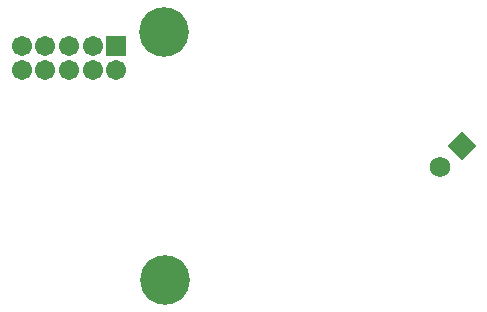
<source format=gbs>
G04 Layer_Color=16711935*
%FSLAX24Y24*%
%MOIN*%
G70*
G01*
G75*
%ADD70R,0.0671X0.0671*%
%ADD71C,0.0671*%
%ADD72P,0.0962X4X270.0*%
%ADD73C,0.0680*%
%ADD74C,0.1655*%
D70*
X53671Y30423D02*
D03*
D71*
X52884D02*
D03*
X52096D02*
D03*
X51309D02*
D03*
X50522D02*
D03*
X53671Y29636D02*
D03*
X52884D02*
D03*
X52096D02*
D03*
X51309D02*
D03*
X50522D02*
D03*
D72*
X65187Y27096D02*
D03*
D73*
X64480Y26389D02*
D03*
D74*
X55315Y22638D02*
D03*
X55276Y30906D02*
D03*
M02*

</source>
